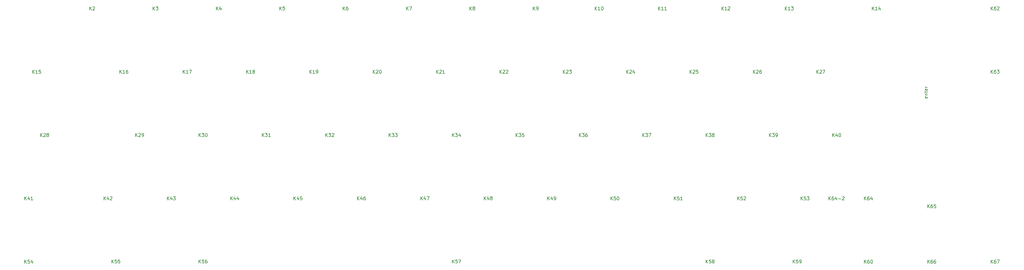
<source format=gto>
G04 #@! TF.GenerationSoftware,KiCad,Pcbnew,(5.0.0)*
G04 #@! TF.CreationDate,2018-12-29T17:22:36+01:00*
G04 #@! TF.ProjectId,cyclops,6379636C6F70732E6B696361645F7063,rev?*
G04 #@! TF.SameCoordinates,Original*
G04 #@! TF.FileFunction,Legend,Top*
G04 #@! TF.FilePolarity,Positive*
%FSLAX46Y46*%
G04 Gerber Fmt 4.6, Leading zero omitted, Abs format (unit mm)*
G04 Created by KiCad (PCBNEW (5.0.0)) date 12/29/18 17:22:36*
%MOMM*%
%LPD*%
G01*
G04 APERTURE LIST*
%ADD10C,0.150000*%
G04 APERTURE END LIST*
G04 #@! TO.C,K61*
D10*
X352110834Y-136816715D02*
X352158453Y-136911953D01*
X352158453Y-137102429D01*
X352110834Y-137197667D01*
X352015596Y-137245286D01*
X351634644Y-137245286D01*
X351539406Y-137197667D01*
X351491787Y-137102429D01*
X351491787Y-136911953D01*
X351539406Y-136816715D01*
X351634644Y-136769096D01*
X351729882Y-136769096D01*
X351825120Y-137245286D01*
X351491787Y-136340524D02*
X352158453Y-136340524D01*
X351587025Y-136340524D02*
X351539406Y-136292905D01*
X351491787Y-136197667D01*
X351491787Y-136054810D01*
X351539406Y-135959572D01*
X351634644Y-135911953D01*
X352158453Y-135911953D01*
X351491787Y-135578620D02*
X351491787Y-135197667D01*
X351158453Y-135435762D02*
X352015596Y-135435762D01*
X352110834Y-135388143D01*
X352158453Y-135292905D01*
X352158453Y-135197667D01*
X352110834Y-134483381D02*
X352158453Y-134578620D01*
X352158453Y-134769096D01*
X352110834Y-134864334D01*
X352015596Y-134911953D01*
X351634644Y-134911953D01*
X351539406Y-134864334D01*
X351491787Y-134769096D01*
X351491787Y-134578620D01*
X351539406Y-134483381D01*
X351634644Y-134435762D01*
X351729882Y-134435762D01*
X351825120Y-134911953D01*
X352158453Y-134007191D02*
X351491787Y-134007191D01*
X351682263Y-134007191D02*
X351587025Y-133959572D01*
X351539406Y-133911953D01*
X351491787Y-133816715D01*
X351491787Y-133721477D01*
G04 #@! TO.C,K57*
X209326314Y-186913780D02*
X209326314Y-185913780D01*
X209897742Y-186913780D02*
X209469171Y-186342352D01*
X209897742Y-185913780D02*
X209326314Y-186485209D01*
X210802504Y-185913780D02*
X210326314Y-185913780D01*
X210278695Y-186389971D01*
X210326314Y-186342352D01*
X210421552Y-186294733D01*
X210659647Y-186294733D01*
X210754885Y-186342352D01*
X210802504Y-186389971D01*
X210850123Y-186485209D01*
X210850123Y-186723304D01*
X210802504Y-186818542D01*
X210754885Y-186866161D01*
X210659647Y-186913780D01*
X210421552Y-186913780D01*
X210326314Y-186866161D01*
X210278695Y-186818542D01*
X211183457Y-185913780D02*
X211850123Y-185913780D01*
X211421552Y-186913780D01*
G04 #@! TO.C,K2*
X100252304Y-110738480D02*
X100252304Y-109738480D01*
X100823733Y-110738480D02*
X100395161Y-110167052D01*
X100823733Y-109738480D02*
X100252304Y-110309909D01*
X101204685Y-109833719D02*
X101252304Y-109786100D01*
X101347542Y-109738480D01*
X101585638Y-109738480D01*
X101680876Y-109786100D01*
X101728495Y-109833719D01*
X101776114Y-109928957D01*
X101776114Y-110024195D01*
X101728495Y-110167052D01*
X101157066Y-110738480D01*
X101776114Y-110738480D01*
G04 #@! TO.C,K3*
X119302304Y-110739180D02*
X119302304Y-109739180D01*
X119873733Y-110739180D02*
X119445161Y-110167752D01*
X119873733Y-109739180D02*
X119302304Y-110310609D01*
X120207066Y-109739180D02*
X120826114Y-109739180D01*
X120492780Y-110120133D01*
X120635638Y-110120133D01*
X120730876Y-110167752D01*
X120778495Y-110215371D01*
X120826114Y-110310609D01*
X120826114Y-110548704D01*
X120778495Y-110643942D01*
X120730876Y-110691561D01*
X120635638Y-110739180D01*
X120349923Y-110739180D01*
X120254685Y-110691561D01*
X120207066Y-110643942D01*
G04 #@! TO.C,K4*
X138339604Y-110739880D02*
X138339604Y-109739880D01*
X138911033Y-110739880D02*
X138482461Y-110168452D01*
X138911033Y-109739880D02*
X138339604Y-110311309D01*
X139768176Y-110073214D02*
X139768176Y-110739880D01*
X139530080Y-109692261D02*
X139291985Y-110406547D01*
X139911033Y-110406547D01*
G04 #@! TO.C,K5*
X157402304Y-110726480D02*
X157402304Y-109726480D01*
X157973733Y-110726480D02*
X157545161Y-110155052D01*
X157973733Y-109726480D02*
X157402304Y-110297909D01*
X158878495Y-109726480D02*
X158402304Y-109726480D01*
X158354685Y-110202671D01*
X158402304Y-110155052D01*
X158497542Y-110107433D01*
X158735638Y-110107433D01*
X158830876Y-110155052D01*
X158878495Y-110202671D01*
X158926114Y-110297909D01*
X158926114Y-110536004D01*
X158878495Y-110631242D01*
X158830876Y-110678861D01*
X158735638Y-110726480D01*
X158497542Y-110726480D01*
X158402304Y-110678861D01*
X158354685Y-110631242D01*
G04 #@! TO.C,K6*
X176452304Y-110726480D02*
X176452304Y-109726480D01*
X177023733Y-110726480D02*
X176595161Y-110155052D01*
X177023733Y-109726480D02*
X176452304Y-110297909D01*
X177880876Y-109726480D02*
X177690400Y-109726480D01*
X177595161Y-109774100D01*
X177547542Y-109821719D01*
X177452304Y-109964576D01*
X177404685Y-110155052D01*
X177404685Y-110536004D01*
X177452304Y-110631242D01*
X177499923Y-110678861D01*
X177595161Y-110726480D01*
X177785638Y-110726480D01*
X177880876Y-110678861D01*
X177928495Y-110631242D01*
X177976114Y-110536004D01*
X177976114Y-110297909D01*
X177928495Y-110202671D01*
X177880876Y-110155052D01*
X177785638Y-110107433D01*
X177595161Y-110107433D01*
X177499923Y-110155052D01*
X177452304Y-110202671D01*
X177404685Y-110297909D01*
G04 #@! TO.C,K7*
X195502304Y-110726480D02*
X195502304Y-109726480D01*
X196073733Y-110726480D02*
X195645161Y-110155052D01*
X196073733Y-109726480D02*
X195502304Y-110297909D01*
X196407066Y-109726480D02*
X197073733Y-109726480D01*
X196645161Y-110726480D01*
G04 #@! TO.C,K8*
X214552304Y-110726480D02*
X214552304Y-109726480D01*
X215123733Y-110726480D02*
X214695161Y-110155052D01*
X215123733Y-109726480D02*
X214552304Y-110297909D01*
X215695161Y-110155052D02*
X215599923Y-110107433D01*
X215552304Y-110059814D01*
X215504685Y-109964576D01*
X215504685Y-109916957D01*
X215552304Y-109821719D01*
X215599923Y-109774100D01*
X215695161Y-109726480D01*
X215885638Y-109726480D01*
X215980876Y-109774100D01*
X216028495Y-109821719D01*
X216076114Y-109916957D01*
X216076114Y-109964576D01*
X216028495Y-110059814D01*
X215980876Y-110107433D01*
X215885638Y-110155052D01*
X215695161Y-110155052D01*
X215599923Y-110202671D01*
X215552304Y-110250290D01*
X215504685Y-110345528D01*
X215504685Y-110536004D01*
X215552304Y-110631242D01*
X215599923Y-110678861D01*
X215695161Y-110726480D01*
X215885638Y-110726480D01*
X215980876Y-110678861D01*
X216028495Y-110631242D01*
X216076114Y-110536004D01*
X216076114Y-110345528D01*
X216028495Y-110250290D01*
X215980876Y-110202671D01*
X215885638Y-110155052D01*
G04 #@! TO.C,K9*
X233615004Y-110726480D02*
X233615004Y-109726480D01*
X234186433Y-110726480D02*
X233757861Y-110155052D01*
X234186433Y-109726480D02*
X233615004Y-110297909D01*
X234662623Y-110726480D02*
X234853100Y-110726480D01*
X234948338Y-110678861D01*
X234995957Y-110631242D01*
X235091195Y-110488385D01*
X235138814Y-110297909D01*
X235138814Y-109916957D01*
X235091195Y-109821719D01*
X235043576Y-109774100D01*
X234948338Y-109726480D01*
X234757861Y-109726480D01*
X234662623Y-109774100D01*
X234615004Y-109821719D01*
X234567385Y-109916957D01*
X234567385Y-110155052D01*
X234615004Y-110250290D01*
X234662623Y-110297909D01*
X234757861Y-110345528D01*
X234948338Y-110345528D01*
X235043576Y-110297909D01*
X235091195Y-110250290D01*
X235138814Y-110155052D01*
G04 #@! TO.C,K10*
X252176114Y-110726480D02*
X252176114Y-109726480D01*
X252747542Y-110726480D02*
X252318971Y-110155052D01*
X252747542Y-109726480D02*
X252176114Y-110297909D01*
X253699923Y-110726480D02*
X253128495Y-110726480D01*
X253414209Y-110726480D02*
X253414209Y-109726480D01*
X253318971Y-109869338D01*
X253223733Y-109964576D01*
X253128495Y-110012195D01*
X254318971Y-109726480D02*
X254414209Y-109726480D01*
X254509447Y-109774100D01*
X254557066Y-109821719D01*
X254604685Y-109916957D01*
X254652304Y-110107433D01*
X254652304Y-110345528D01*
X254604685Y-110536004D01*
X254557066Y-110631242D01*
X254509447Y-110678861D01*
X254414209Y-110726480D01*
X254318971Y-110726480D01*
X254223733Y-110678861D01*
X254176114Y-110631242D01*
X254128495Y-110536004D01*
X254080876Y-110345528D01*
X254080876Y-110107433D01*
X254128495Y-109916957D01*
X254176114Y-109821719D01*
X254223733Y-109774100D01*
X254318971Y-109726480D01*
G04 #@! TO.C,K11*
X271226114Y-110726480D02*
X271226114Y-109726480D01*
X271797542Y-110726480D02*
X271368971Y-110155052D01*
X271797542Y-109726480D02*
X271226114Y-110297909D01*
X272749923Y-110726480D02*
X272178495Y-110726480D01*
X272464209Y-110726480D02*
X272464209Y-109726480D01*
X272368971Y-109869338D01*
X272273733Y-109964576D01*
X272178495Y-110012195D01*
X273702304Y-110726480D02*
X273130876Y-110726480D01*
X273416590Y-110726480D02*
X273416590Y-109726480D01*
X273321352Y-109869338D01*
X273226114Y-109964576D01*
X273130876Y-110012195D01*
G04 #@! TO.C,K12*
X290276114Y-110726480D02*
X290276114Y-109726480D01*
X290847542Y-110726480D02*
X290418971Y-110155052D01*
X290847542Y-109726480D02*
X290276114Y-110297909D01*
X291799923Y-110726480D02*
X291228495Y-110726480D01*
X291514209Y-110726480D02*
X291514209Y-109726480D01*
X291418971Y-109869338D01*
X291323733Y-109964576D01*
X291228495Y-110012195D01*
X292180876Y-109821719D02*
X292228495Y-109774100D01*
X292323733Y-109726480D01*
X292561828Y-109726480D01*
X292657066Y-109774100D01*
X292704685Y-109821719D01*
X292752304Y-109916957D01*
X292752304Y-110012195D01*
X292704685Y-110155052D01*
X292133257Y-110726480D01*
X292752304Y-110726480D01*
G04 #@! TO.C,K13*
X309326114Y-110726480D02*
X309326114Y-109726480D01*
X309897542Y-110726480D02*
X309468971Y-110155052D01*
X309897542Y-109726480D02*
X309326114Y-110297909D01*
X310849923Y-110726480D02*
X310278495Y-110726480D01*
X310564209Y-110726480D02*
X310564209Y-109726480D01*
X310468971Y-109869338D01*
X310373733Y-109964576D01*
X310278495Y-110012195D01*
X311183257Y-109726480D02*
X311802304Y-109726480D01*
X311468971Y-110107433D01*
X311611828Y-110107433D01*
X311707066Y-110155052D01*
X311754685Y-110202671D01*
X311802304Y-110297909D01*
X311802304Y-110536004D01*
X311754685Y-110631242D01*
X311707066Y-110678861D01*
X311611828Y-110726480D01*
X311326114Y-110726480D01*
X311230876Y-110678861D01*
X311183257Y-110631242D01*
G04 #@! TO.C,K14*
X335538914Y-110726480D02*
X335538914Y-109726480D01*
X336110342Y-110726480D02*
X335681771Y-110155052D01*
X336110342Y-109726480D02*
X335538914Y-110297909D01*
X337062723Y-110726480D02*
X336491295Y-110726480D01*
X336777009Y-110726480D02*
X336777009Y-109726480D01*
X336681771Y-109869338D01*
X336586533Y-109964576D01*
X336491295Y-110012195D01*
X337919866Y-110059814D02*
X337919866Y-110726480D01*
X337681771Y-109678861D02*
X337443676Y-110393147D01*
X338062723Y-110393147D01*
G04 #@! TO.C,K15*
X83101014Y-129789180D02*
X83101014Y-128789180D01*
X83672442Y-129789180D02*
X83243871Y-129217752D01*
X83672442Y-128789180D02*
X83101014Y-129360609D01*
X84624823Y-129789180D02*
X84053395Y-129789180D01*
X84339109Y-129789180D02*
X84339109Y-128789180D01*
X84243871Y-128932038D01*
X84148633Y-129027276D01*
X84053395Y-129074895D01*
X85529585Y-128789180D02*
X85053395Y-128789180D01*
X85005776Y-129265371D01*
X85053395Y-129217752D01*
X85148633Y-129170133D01*
X85386728Y-129170133D01*
X85481966Y-129217752D01*
X85529585Y-129265371D01*
X85577204Y-129360609D01*
X85577204Y-129598704D01*
X85529585Y-129693942D01*
X85481966Y-129741561D01*
X85386728Y-129789180D01*
X85148633Y-129789180D01*
X85053395Y-129741561D01*
X85005776Y-129693942D01*
G04 #@! TO.C,K16*
X109301114Y-129789180D02*
X109301114Y-128789180D01*
X109872542Y-129789180D02*
X109443971Y-129217752D01*
X109872542Y-128789180D02*
X109301114Y-129360609D01*
X110824923Y-129789180D02*
X110253495Y-129789180D01*
X110539209Y-129789180D02*
X110539209Y-128789180D01*
X110443971Y-128932038D01*
X110348733Y-129027276D01*
X110253495Y-129074895D01*
X111682066Y-128789180D02*
X111491590Y-128789180D01*
X111396352Y-128836800D01*
X111348733Y-128884419D01*
X111253495Y-129027276D01*
X111205876Y-129217752D01*
X111205876Y-129598704D01*
X111253495Y-129693942D01*
X111301114Y-129741561D01*
X111396352Y-129789180D01*
X111586828Y-129789180D01*
X111682066Y-129741561D01*
X111729685Y-129693942D01*
X111777304Y-129598704D01*
X111777304Y-129360609D01*
X111729685Y-129265371D01*
X111682066Y-129217752D01*
X111586828Y-129170133D01*
X111396352Y-129170133D01*
X111301114Y-129217752D01*
X111253495Y-129265371D01*
X111205876Y-129360609D01*
G04 #@! TO.C,K17*
X128351114Y-129789180D02*
X128351114Y-128789180D01*
X128922542Y-129789180D02*
X128493971Y-129217752D01*
X128922542Y-128789180D02*
X128351114Y-129360609D01*
X129874923Y-129789180D02*
X129303495Y-129789180D01*
X129589209Y-129789180D02*
X129589209Y-128789180D01*
X129493971Y-128932038D01*
X129398733Y-129027276D01*
X129303495Y-129074895D01*
X130208257Y-128789180D02*
X130874923Y-128789180D01*
X130446352Y-129789180D01*
G04 #@! TO.C,K18*
X147413814Y-129789180D02*
X147413814Y-128789180D01*
X147985242Y-129789180D02*
X147556671Y-129217752D01*
X147985242Y-128789180D02*
X147413814Y-129360609D01*
X148937623Y-129789180D02*
X148366195Y-129789180D01*
X148651909Y-129789180D02*
X148651909Y-128789180D01*
X148556671Y-128932038D01*
X148461433Y-129027276D01*
X148366195Y-129074895D01*
X149509052Y-129217752D02*
X149413814Y-129170133D01*
X149366195Y-129122514D01*
X149318576Y-129027276D01*
X149318576Y-128979657D01*
X149366195Y-128884419D01*
X149413814Y-128836800D01*
X149509052Y-128789180D01*
X149699528Y-128789180D01*
X149794766Y-128836800D01*
X149842385Y-128884419D01*
X149890004Y-128979657D01*
X149890004Y-129027276D01*
X149842385Y-129122514D01*
X149794766Y-129170133D01*
X149699528Y-129217752D01*
X149509052Y-129217752D01*
X149413814Y-129265371D01*
X149366195Y-129312990D01*
X149318576Y-129408228D01*
X149318576Y-129598704D01*
X149366195Y-129693942D01*
X149413814Y-129741561D01*
X149509052Y-129789180D01*
X149699528Y-129789180D01*
X149794766Y-129741561D01*
X149842385Y-129693942D01*
X149890004Y-129598704D01*
X149890004Y-129408228D01*
X149842385Y-129312990D01*
X149794766Y-129265371D01*
X149699528Y-129217752D01*
G04 #@! TO.C,K19*
X166413014Y-129789180D02*
X166413014Y-128789180D01*
X166984442Y-129789180D02*
X166555871Y-129217752D01*
X166984442Y-128789180D02*
X166413014Y-129360609D01*
X167936823Y-129789180D02*
X167365395Y-129789180D01*
X167651109Y-129789180D02*
X167651109Y-128789180D01*
X167555871Y-128932038D01*
X167460633Y-129027276D01*
X167365395Y-129074895D01*
X168413014Y-129789180D02*
X168603490Y-129789180D01*
X168698728Y-129741561D01*
X168746347Y-129693942D01*
X168841585Y-129551085D01*
X168889204Y-129360609D01*
X168889204Y-128979657D01*
X168841585Y-128884419D01*
X168793966Y-128836800D01*
X168698728Y-128789180D01*
X168508252Y-128789180D01*
X168413014Y-128836800D01*
X168365395Y-128884419D01*
X168317776Y-128979657D01*
X168317776Y-129217752D01*
X168365395Y-129312990D01*
X168413014Y-129360609D01*
X168508252Y-129408228D01*
X168698728Y-129408228D01*
X168793966Y-129360609D01*
X168841585Y-129312990D01*
X168889204Y-129217752D01*
G04 #@! TO.C,K20*
X185475714Y-129789180D02*
X185475714Y-128789180D01*
X186047142Y-129789180D02*
X185618571Y-129217752D01*
X186047142Y-128789180D02*
X185475714Y-129360609D01*
X186428095Y-128884419D02*
X186475714Y-128836800D01*
X186570952Y-128789180D01*
X186809047Y-128789180D01*
X186904285Y-128836800D01*
X186951904Y-128884419D01*
X186999523Y-128979657D01*
X186999523Y-129074895D01*
X186951904Y-129217752D01*
X186380476Y-129789180D01*
X186999523Y-129789180D01*
X187618571Y-128789180D02*
X187713809Y-128789180D01*
X187809047Y-128836800D01*
X187856666Y-128884419D01*
X187904285Y-128979657D01*
X187951904Y-129170133D01*
X187951904Y-129408228D01*
X187904285Y-129598704D01*
X187856666Y-129693942D01*
X187809047Y-129741561D01*
X187713809Y-129789180D01*
X187618571Y-129789180D01*
X187523333Y-129741561D01*
X187475714Y-129693942D01*
X187428095Y-129598704D01*
X187380476Y-129408228D01*
X187380476Y-129170133D01*
X187428095Y-128979657D01*
X187475714Y-128884419D01*
X187523333Y-128836800D01*
X187618571Y-128789180D01*
G04 #@! TO.C,K21*
X204513014Y-129789180D02*
X204513014Y-128789180D01*
X205084442Y-129789180D02*
X204655871Y-129217752D01*
X205084442Y-128789180D02*
X204513014Y-129360609D01*
X205465395Y-128884419D02*
X205513014Y-128836800D01*
X205608252Y-128789180D01*
X205846347Y-128789180D01*
X205941585Y-128836800D01*
X205989204Y-128884419D01*
X206036823Y-128979657D01*
X206036823Y-129074895D01*
X205989204Y-129217752D01*
X205417776Y-129789180D01*
X206036823Y-129789180D01*
X206989204Y-129789180D02*
X206417776Y-129789180D01*
X206703490Y-129789180D02*
X206703490Y-128789180D01*
X206608252Y-128932038D01*
X206513014Y-129027276D01*
X206417776Y-129074895D01*
G04 #@! TO.C,K22*
X223563014Y-129789180D02*
X223563014Y-128789180D01*
X224134442Y-129789180D02*
X223705871Y-129217752D01*
X224134442Y-128789180D02*
X223563014Y-129360609D01*
X224515395Y-128884419D02*
X224563014Y-128836800D01*
X224658252Y-128789180D01*
X224896347Y-128789180D01*
X224991585Y-128836800D01*
X225039204Y-128884419D01*
X225086823Y-128979657D01*
X225086823Y-129074895D01*
X225039204Y-129217752D01*
X224467776Y-129789180D01*
X225086823Y-129789180D01*
X225467776Y-128884419D02*
X225515395Y-128836800D01*
X225610633Y-128789180D01*
X225848728Y-128789180D01*
X225943966Y-128836800D01*
X225991585Y-128884419D01*
X226039204Y-128979657D01*
X226039204Y-129074895D01*
X225991585Y-129217752D01*
X225420157Y-129789180D01*
X226039204Y-129789180D01*
G04 #@! TO.C,K23*
X242613014Y-129789180D02*
X242613014Y-128789180D01*
X243184442Y-129789180D02*
X242755871Y-129217752D01*
X243184442Y-128789180D02*
X242613014Y-129360609D01*
X243565395Y-128884419D02*
X243613014Y-128836800D01*
X243708252Y-128789180D01*
X243946347Y-128789180D01*
X244041585Y-128836800D01*
X244089204Y-128884419D01*
X244136823Y-128979657D01*
X244136823Y-129074895D01*
X244089204Y-129217752D01*
X243517776Y-129789180D01*
X244136823Y-129789180D01*
X244470157Y-128789180D02*
X245089204Y-128789180D01*
X244755871Y-129170133D01*
X244898728Y-129170133D01*
X244993966Y-129217752D01*
X245041585Y-129265371D01*
X245089204Y-129360609D01*
X245089204Y-129598704D01*
X245041585Y-129693942D01*
X244993966Y-129741561D01*
X244898728Y-129789180D01*
X244613014Y-129789180D01*
X244517776Y-129741561D01*
X244470157Y-129693942D01*
G04 #@! TO.C,K24*
X261663014Y-129789180D02*
X261663014Y-128789180D01*
X262234442Y-129789180D02*
X261805871Y-129217752D01*
X262234442Y-128789180D02*
X261663014Y-129360609D01*
X262615395Y-128884419D02*
X262663014Y-128836800D01*
X262758252Y-128789180D01*
X262996347Y-128789180D01*
X263091585Y-128836800D01*
X263139204Y-128884419D01*
X263186823Y-128979657D01*
X263186823Y-129074895D01*
X263139204Y-129217752D01*
X262567776Y-129789180D01*
X263186823Y-129789180D01*
X264043966Y-129122514D02*
X264043966Y-129789180D01*
X263805871Y-128741561D02*
X263567776Y-129455847D01*
X264186823Y-129455847D01*
G04 #@! TO.C,K25*
X280713014Y-129789180D02*
X280713014Y-128789180D01*
X281284442Y-129789180D02*
X280855871Y-129217752D01*
X281284442Y-128789180D02*
X280713014Y-129360609D01*
X281665395Y-128884419D02*
X281713014Y-128836800D01*
X281808252Y-128789180D01*
X282046347Y-128789180D01*
X282141585Y-128836800D01*
X282189204Y-128884419D01*
X282236823Y-128979657D01*
X282236823Y-129074895D01*
X282189204Y-129217752D01*
X281617776Y-129789180D01*
X282236823Y-129789180D01*
X283141585Y-128789180D02*
X282665395Y-128789180D01*
X282617776Y-129265371D01*
X282665395Y-129217752D01*
X282760633Y-129170133D01*
X282998728Y-129170133D01*
X283093966Y-129217752D01*
X283141585Y-129265371D01*
X283189204Y-129360609D01*
X283189204Y-129598704D01*
X283141585Y-129693942D01*
X283093966Y-129741561D01*
X282998728Y-129789180D01*
X282760633Y-129789180D01*
X282665395Y-129741561D01*
X282617776Y-129693942D01*
G04 #@! TO.C,K26*
X299763014Y-129789180D02*
X299763014Y-128789180D01*
X300334442Y-129789180D02*
X299905871Y-129217752D01*
X300334442Y-128789180D02*
X299763014Y-129360609D01*
X300715395Y-128884419D02*
X300763014Y-128836800D01*
X300858252Y-128789180D01*
X301096347Y-128789180D01*
X301191585Y-128836800D01*
X301239204Y-128884419D01*
X301286823Y-128979657D01*
X301286823Y-129074895D01*
X301239204Y-129217752D01*
X300667776Y-129789180D01*
X301286823Y-129789180D01*
X302143966Y-128789180D02*
X301953490Y-128789180D01*
X301858252Y-128836800D01*
X301810633Y-128884419D01*
X301715395Y-129027276D01*
X301667776Y-129217752D01*
X301667776Y-129598704D01*
X301715395Y-129693942D01*
X301763014Y-129741561D01*
X301858252Y-129789180D01*
X302048728Y-129789180D01*
X302143966Y-129741561D01*
X302191585Y-129693942D01*
X302239204Y-129598704D01*
X302239204Y-129360609D01*
X302191585Y-129265371D01*
X302143966Y-129217752D01*
X302048728Y-129170133D01*
X301858252Y-129170133D01*
X301763014Y-129217752D01*
X301715395Y-129265371D01*
X301667776Y-129360609D01*
G04 #@! TO.C,K27*
X318813014Y-129789180D02*
X318813014Y-128789180D01*
X319384442Y-129789180D02*
X318955871Y-129217752D01*
X319384442Y-128789180D02*
X318813014Y-129360609D01*
X319765395Y-128884419D02*
X319813014Y-128836800D01*
X319908252Y-128789180D01*
X320146347Y-128789180D01*
X320241585Y-128836800D01*
X320289204Y-128884419D01*
X320336823Y-128979657D01*
X320336823Y-129074895D01*
X320289204Y-129217752D01*
X319717776Y-129789180D01*
X320336823Y-129789180D01*
X320670157Y-128789180D02*
X321336823Y-128789180D01*
X320908252Y-129789180D01*
G04 #@! TO.C,K28*
X85482134Y-148839500D02*
X85482134Y-147839500D01*
X86053562Y-148839500D02*
X85624991Y-148268072D01*
X86053562Y-147839500D02*
X85482134Y-148410929D01*
X86434515Y-147934739D02*
X86482134Y-147887120D01*
X86577372Y-147839500D01*
X86815467Y-147839500D01*
X86910705Y-147887120D01*
X86958324Y-147934739D01*
X87005943Y-148029977D01*
X87005943Y-148125215D01*
X86958324Y-148268072D01*
X86386896Y-148839500D01*
X87005943Y-148839500D01*
X87577372Y-148268072D02*
X87482134Y-148220453D01*
X87434515Y-148172834D01*
X87386896Y-148077596D01*
X87386896Y-148029977D01*
X87434515Y-147934739D01*
X87482134Y-147887120D01*
X87577372Y-147839500D01*
X87767848Y-147839500D01*
X87863086Y-147887120D01*
X87910705Y-147934739D01*
X87958324Y-148029977D01*
X87958324Y-148077596D01*
X87910705Y-148172834D01*
X87863086Y-148220453D01*
X87767848Y-148268072D01*
X87577372Y-148268072D01*
X87482134Y-148315691D01*
X87434515Y-148363310D01*
X87386896Y-148458548D01*
X87386896Y-148649024D01*
X87434515Y-148744262D01*
X87482134Y-148791881D01*
X87577372Y-148839500D01*
X87767848Y-148839500D01*
X87863086Y-148791881D01*
X87910705Y-148744262D01*
X87958324Y-148649024D01*
X87958324Y-148458548D01*
X87910705Y-148363310D01*
X87863086Y-148315691D01*
X87767848Y-148268072D01*
G04 #@! TO.C,K29*
X114050914Y-148839180D02*
X114050914Y-147839180D01*
X114622342Y-148839180D02*
X114193771Y-148267752D01*
X114622342Y-147839180D02*
X114050914Y-148410609D01*
X115003295Y-147934419D02*
X115050914Y-147886800D01*
X115146152Y-147839180D01*
X115384247Y-147839180D01*
X115479485Y-147886800D01*
X115527104Y-147934419D01*
X115574723Y-148029657D01*
X115574723Y-148124895D01*
X115527104Y-148267752D01*
X114955676Y-148839180D01*
X115574723Y-148839180D01*
X116050914Y-148839180D02*
X116241390Y-148839180D01*
X116336628Y-148791561D01*
X116384247Y-148743942D01*
X116479485Y-148601085D01*
X116527104Y-148410609D01*
X116527104Y-148029657D01*
X116479485Y-147934419D01*
X116431866Y-147886800D01*
X116336628Y-147839180D01*
X116146152Y-147839180D01*
X116050914Y-147886800D01*
X116003295Y-147934419D01*
X115955676Y-148029657D01*
X115955676Y-148267752D01*
X116003295Y-148362990D01*
X116050914Y-148410609D01*
X116146152Y-148458228D01*
X116336628Y-148458228D01*
X116431866Y-148410609D01*
X116479485Y-148362990D01*
X116527104Y-148267752D01*
G04 #@! TO.C,K30*
X133113614Y-148839180D02*
X133113614Y-147839180D01*
X133685042Y-148839180D02*
X133256471Y-148267752D01*
X133685042Y-147839180D02*
X133113614Y-148410609D01*
X134018376Y-147839180D02*
X134637423Y-147839180D01*
X134304090Y-148220133D01*
X134446947Y-148220133D01*
X134542185Y-148267752D01*
X134589804Y-148315371D01*
X134637423Y-148410609D01*
X134637423Y-148648704D01*
X134589804Y-148743942D01*
X134542185Y-148791561D01*
X134446947Y-148839180D01*
X134161233Y-148839180D01*
X134065995Y-148791561D01*
X134018376Y-148743942D01*
X135256471Y-147839180D02*
X135351709Y-147839180D01*
X135446947Y-147886800D01*
X135494566Y-147934419D01*
X135542185Y-148029657D01*
X135589804Y-148220133D01*
X135589804Y-148458228D01*
X135542185Y-148648704D01*
X135494566Y-148743942D01*
X135446947Y-148791561D01*
X135351709Y-148839180D01*
X135256471Y-148839180D01*
X135161233Y-148791561D01*
X135113614Y-148743942D01*
X135065995Y-148648704D01*
X135018376Y-148458228D01*
X135018376Y-148220133D01*
X135065995Y-148029657D01*
X135113614Y-147934419D01*
X135161233Y-147886800D01*
X135256471Y-147839180D01*
G04 #@! TO.C,K31*
X152163614Y-148839180D02*
X152163614Y-147839180D01*
X152735042Y-148839180D02*
X152306471Y-148267752D01*
X152735042Y-147839180D02*
X152163614Y-148410609D01*
X153068376Y-147839180D02*
X153687423Y-147839180D01*
X153354090Y-148220133D01*
X153496947Y-148220133D01*
X153592185Y-148267752D01*
X153639804Y-148315371D01*
X153687423Y-148410609D01*
X153687423Y-148648704D01*
X153639804Y-148743942D01*
X153592185Y-148791561D01*
X153496947Y-148839180D01*
X153211233Y-148839180D01*
X153115995Y-148791561D01*
X153068376Y-148743942D01*
X154639804Y-148839180D02*
X154068376Y-148839180D01*
X154354090Y-148839180D02*
X154354090Y-147839180D01*
X154258852Y-147982038D01*
X154163614Y-148077276D01*
X154068376Y-148124895D01*
G04 #@! TO.C,K32*
X171213614Y-148839180D02*
X171213614Y-147839180D01*
X171785042Y-148839180D02*
X171356471Y-148267752D01*
X171785042Y-147839180D02*
X171213614Y-148410609D01*
X172118376Y-147839180D02*
X172737423Y-147839180D01*
X172404090Y-148220133D01*
X172546947Y-148220133D01*
X172642185Y-148267752D01*
X172689804Y-148315371D01*
X172737423Y-148410609D01*
X172737423Y-148648704D01*
X172689804Y-148743942D01*
X172642185Y-148791561D01*
X172546947Y-148839180D01*
X172261233Y-148839180D01*
X172165995Y-148791561D01*
X172118376Y-148743942D01*
X173118376Y-147934419D02*
X173165995Y-147886800D01*
X173261233Y-147839180D01*
X173499328Y-147839180D01*
X173594566Y-147886800D01*
X173642185Y-147934419D01*
X173689804Y-148029657D01*
X173689804Y-148124895D01*
X173642185Y-148267752D01*
X173070757Y-148839180D01*
X173689804Y-148839180D01*
G04 #@! TO.C,K33*
X190263614Y-148864580D02*
X190263614Y-147864580D01*
X190835042Y-148864580D02*
X190406471Y-148293152D01*
X190835042Y-147864580D02*
X190263614Y-148436009D01*
X191168376Y-147864580D02*
X191787423Y-147864580D01*
X191454090Y-148245533D01*
X191596947Y-148245533D01*
X191692185Y-148293152D01*
X191739804Y-148340771D01*
X191787423Y-148436009D01*
X191787423Y-148674104D01*
X191739804Y-148769342D01*
X191692185Y-148816961D01*
X191596947Y-148864580D01*
X191311233Y-148864580D01*
X191215995Y-148816961D01*
X191168376Y-148769342D01*
X192120757Y-147864580D02*
X192739804Y-147864580D01*
X192406471Y-148245533D01*
X192549328Y-148245533D01*
X192644566Y-148293152D01*
X192692185Y-148340771D01*
X192739804Y-148436009D01*
X192739804Y-148674104D01*
X192692185Y-148769342D01*
X192644566Y-148816961D01*
X192549328Y-148864580D01*
X192263614Y-148864580D01*
X192168376Y-148816961D01*
X192120757Y-148769342D01*
G04 #@! TO.C,K34*
X209326314Y-148864580D02*
X209326314Y-147864580D01*
X209897742Y-148864580D02*
X209469171Y-148293152D01*
X209897742Y-147864580D02*
X209326314Y-148436009D01*
X210231076Y-147864580D02*
X210850123Y-147864580D01*
X210516790Y-148245533D01*
X210659647Y-148245533D01*
X210754885Y-148293152D01*
X210802504Y-148340771D01*
X210850123Y-148436009D01*
X210850123Y-148674104D01*
X210802504Y-148769342D01*
X210754885Y-148816961D01*
X210659647Y-148864580D01*
X210373933Y-148864580D01*
X210278695Y-148816961D01*
X210231076Y-148769342D01*
X211707266Y-148197914D02*
X211707266Y-148864580D01*
X211469171Y-147816961D02*
X211231076Y-148531247D01*
X211850123Y-148531247D01*
G04 #@! TO.C,K35*
X228389014Y-148864580D02*
X228389014Y-147864580D01*
X228960442Y-148864580D02*
X228531871Y-148293152D01*
X228960442Y-147864580D02*
X228389014Y-148436009D01*
X229293776Y-147864580D02*
X229912823Y-147864580D01*
X229579490Y-148245533D01*
X229722347Y-148245533D01*
X229817585Y-148293152D01*
X229865204Y-148340771D01*
X229912823Y-148436009D01*
X229912823Y-148674104D01*
X229865204Y-148769342D01*
X229817585Y-148816961D01*
X229722347Y-148864580D01*
X229436633Y-148864580D01*
X229341395Y-148816961D01*
X229293776Y-148769342D01*
X230817585Y-147864580D02*
X230341395Y-147864580D01*
X230293776Y-148340771D01*
X230341395Y-148293152D01*
X230436633Y-148245533D01*
X230674728Y-148245533D01*
X230769966Y-148293152D01*
X230817585Y-148340771D01*
X230865204Y-148436009D01*
X230865204Y-148674104D01*
X230817585Y-148769342D01*
X230769966Y-148816961D01*
X230674728Y-148864580D01*
X230436633Y-148864580D01*
X230341395Y-148816961D01*
X230293776Y-148769342D01*
G04 #@! TO.C,K36*
X247451714Y-148864580D02*
X247451714Y-147864580D01*
X248023142Y-148864580D02*
X247594571Y-148293152D01*
X248023142Y-147864580D02*
X247451714Y-148436009D01*
X248356476Y-147864580D02*
X248975523Y-147864580D01*
X248642190Y-148245533D01*
X248785047Y-148245533D01*
X248880285Y-148293152D01*
X248927904Y-148340771D01*
X248975523Y-148436009D01*
X248975523Y-148674104D01*
X248927904Y-148769342D01*
X248880285Y-148816961D01*
X248785047Y-148864580D01*
X248499333Y-148864580D01*
X248404095Y-148816961D01*
X248356476Y-148769342D01*
X249832666Y-147864580D02*
X249642190Y-147864580D01*
X249546952Y-147912200D01*
X249499333Y-147959819D01*
X249404095Y-148102676D01*
X249356476Y-148293152D01*
X249356476Y-148674104D01*
X249404095Y-148769342D01*
X249451714Y-148816961D01*
X249546952Y-148864580D01*
X249737428Y-148864580D01*
X249832666Y-148816961D01*
X249880285Y-148769342D01*
X249927904Y-148674104D01*
X249927904Y-148436009D01*
X249880285Y-148340771D01*
X249832666Y-148293152D01*
X249737428Y-148245533D01*
X249546952Y-148245533D01*
X249451714Y-148293152D01*
X249404095Y-148340771D01*
X249356476Y-148436009D01*
G04 #@! TO.C,K37*
X266501714Y-148864580D02*
X266501714Y-147864580D01*
X267073142Y-148864580D02*
X266644571Y-148293152D01*
X267073142Y-147864580D02*
X266501714Y-148436009D01*
X267406476Y-147864580D02*
X268025523Y-147864580D01*
X267692190Y-148245533D01*
X267835047Y-148245533D01*
X267930285Y-148293152D01*
X267977904Y-148340771D01*
X268025523Y-148436009D01*
X268025523Y-148674104D01*
X267977904Y-148769342D01*
X267930285Y-148816961D01*
X267835047Y-148864580D01*
X267549333Y-148864580D01*
X267454095Y-148816961D01*
X267406476Y-148769342D01*
X268358857Y-147864580D02*
X269025523Y-147864580D01*
X268596952Y-148864580D01*
G04 #@! TO.C,K38*
X285551714Y-148864580D02*
X285551714Y-147864580D01*
X286123142Y-148864580D02*
X285694571Y-148293152D01*
X286123142Y-147864580D02*
X285551714Y-148436009D01*
X286456476Y-147864580D02*
X287075523Y-147864580D01*
X286742190Y-148245533D01*
X286885047Y-148245533D01*
X286980285Y-148293152D01*
X287027904Y-148340771D01*
X287075523Y-148436009D01*
X287075523Y-148674104D01*
X287027904Y-148769342D01*
X286980285Y-148816961D01*
X286885047Y-148864580D01*
X286599333Y-148864580D01*
X286504095Y-148816961D01*
X286456476Y-148769342D01*
X287646952Y-148293152D02*
X287551714Y-148245533D01*
X287504095Y-148197914D01*
X287456476Y-148102676D01*
X287456476Y-148055057D01*
X287504095Y-147959819D01*
X287551714Y-147912200D01*
X287646952Y-147864580D01*
X287837428Y-147864580D01*
X287932666Y-147912200D01*
X287980285Y-147959819D01*
X288027904Y-148055057D01*
X288027904Y-148102676D01*
X287980285Y-148197914D01*
X287932666Y-148245533D01*
X287837428Y-148293152D01*
X287646952Y-148293152D01*
X287551714Y-148340771D01*
X287504095Y-148388390D01*
X287456476Y-148483628D01*
X287456476Y-148674104D01*
X287504095Y-148769342D01*
X287551714Y-148816961D01*
X287646952Y-148864580D01*
X287837428Y-148864580D01*
X287932666Y-148816961D01*
X287980285Y-148769342D01*
X288027904Y-148674104D01*
X288027904Y-148483628D01*
X287980285Y-148388390D01*
X287932666Y-148340771D01*
X287837428Y-148293152D01*
G04 #@! TO.C,K39*
X304601714Y-148864580D02*
X304601714Y-147864580D01*
X305173142Y-148864580D02*
X304744571Y-148293152D01*
X305173142Y-147864580D02*
X304601714Y-148436009D01*
X305506476Y-147864580D02*
X306125523Y-147864580D01*
X305792190Y-148245533D01*
X305935047Y-148245533D01*
X306030285Y-148293152D01*
X306077904Y-148340771D01*
X306125523Y-148436009D01*
X306125523Y-148674104D01*
X306077904Y-148769342D01*
X306030285Y-148816961D01*
X305935047Y-148864580D01*
X305649333Y-148864580D01*
X305554095Y-148816961D01*
X305506476Y-148769342D01*
X306601714Y-148864580D02*
X306792190Y-148864580D01*
X306887428Y-148816961D01*
X306935047Y-148769342D01*
X307030285Y-148626485D01*
X307077904Y-148436009D01*
X307077904Y-148055057D01*
X307030285Y-147959819D01*
X306982666Y-147912200D01*
X306887428Y-147864580D01*
X306696952Y-147864580D01*
X306601714Y-147912200D01*
X306554095Y-147959819D01*
X306506476Y-148055057D01*
X306506476Y-148293152D01*
X306554095Y-148388390D01*
X306601714Y-148436009D01*
X306696952Y-148483628D01*
X306887428Y-148483628D01*
X306982666Y-148436009D01*
X307030285Y-148388390D01*
X307077904Y-148293152D01*
G04 #@! TO.C,K40*
X323600914Y-148864580D02*
X323600914Y-147864580D01*
X324172342Y-148864580D02*
X323743771Y-148293152D01*
X324172342Y-147864580D02*
X323600914Y-148436009D01*
X325029485Y-148197914D02*
X325029485Y-148864580D01*
X324791390Y-147816961D02*
X324553295Y-148531247D01*
X325172342Y-148531247D01*
X325743771Y-147864580D02*
X325839009Y-147864580D01*
X325934247Y-147912200D01*
X325981866Y-147959819D01*
X326029485Y-148055057D01*
X326077104Y-148245533D01*
X326077104Y-148483628D01*
X326029485Y-148674104D01*
X325981866Y-148769342D01*
X325934247Y-148816961D01*
X325839009Y-148864580D01*
X325743771Y-148864580D01*
X325648533Y-148816961D01*
X325600914Y-148769342D01*
X325553295Y-148674104D01*
X325505676Y-148483628D01*
X325505676Y-148245533D01*
X325553295Y-148055057D01*
X325600914Y-147959819D01*
X325648533Y-147912200D01*
X325743771Y-147864580D01*
G04 #@! TO.C,K41*
X80720014Y-167899180D02*
X80720014Y-166899180D01*
X81291442Y-167899180D02*
X80862871Y-167327752D01*
X81291442Y-166899180D02*
X80720014Y-167470609D01*
X82148585Y-167232514D02*
X82148585Y-167899180D01*
X81910490Y-166851561D02*
X81672395Y-167565847D01*
X82291442Y-167565847D01*
X83196204Y-167899180D02*
X82624776Y-167899180D01*
X82910490Y-167899180D02*
X82910490Y-166899180D01*
X82815252Y-167042038D01*
X82720014Y-167137276D01*
X82624776Y-167184895D01*
G04 #@! TO.C,K42*
X104535914Y-167899180D02*
X104535914Y-166899180D01*
X105107342Y-167899180D02*
X104678771Y-167327752D01*
X105107342Y-166899180D02*
X104535914Y-167470609D01*
X105964485Y-167232514D02*
X105964485Y-167899180D01*
X105726390Y-166851561D02*
X105488295Y-167565847D01*
X106107342Y-167565847D01*
X106440676Y-166994419D02*
X106488295Y-166946800D01*
X106583533Y-166899180D01*
X106821628Y-166899180D01*
X106916866Y-166946800D01*
X106964485Y-166994419D01*
X107012104Y-167089657D01*
X107012104Y-167184895D01*
X106964485Y-167327752D01*
X106393057Y-167899180D01*
X107012104Y-167899180D01*
G04 #@! TO.C,K43*
X123588614Y-167899480D02*
X123588614Y-166899480D01*
X124160042Y-167899480D02*
X123731471Y-167328052D01*
X124160042Y-166899480D02*
X123588614Y-167470909D01*
X125017185Y-167232814D02*
X125017185Y-167899480D01*
X124779090Y-166851861D02*
X124540995Y-167566147D01*
X125160042Y-167566147D01*
X125445757Y-166899480D02*
X126064804Y-166899480D01*
X125731471Y-167280433D01*
X125874328Y-167280433D01*
X125969566Y-167328052D01*
X126017185Y-167375671D01*
X126064804Y-167470909D01*
X126064804Y-167709004D01*
X126017185Y-167804242D01*
X125969566Y-167851861D01*
X125874328Y-167899480D01*
X125588614Y-167899480D01*
X125493376Y-167851861D01*
X125445757Y-167804242D01*
G04 #@! TO.C,K44*
X142638614Y-167899480D02*
X142638614Y-166899480D01*
X143210042Y-167899480D02*
X142781471Y-167328052D01*
X143210042Y-166899480D02*
X142638614Y-167470909D01*
X144067185Y-167232814D02*
X144067185Y-167899480D01*
X143829090Y-166851861D02*
X143590995Y-167566147D01*
X144210042Y-167566147D01*
X145019566Y-167232814D02*
X145019566Y-167899480D01*
X144781471Y-166851861D02*
X144543376Y-167566147D01*
X145162423Y-167566147D01*
G04 #@! TO.C,K45*
X161663214Y-167900580D02*
X161663214Y-166900580D01*
X162234642Y-167900580D02*
X161806071Y-167329152D01*
X162234642Y-166900580D02*
X161663214Y-167472009D01*
X163091785Y-167233914D02*
X163091785Y-167900580D01*
X162853690Y-166852961D02*
X162615595Y-167567247D01*
X163234642Y-167567247D01*
X164091785Y-166900580D02*
X163615595Y-166900580D01*
X163567976Y-167376771D01*
X163615595Y-167329152D01*
X163710833Y-167281533D01*
X163948928Y-167281533D01*
X164044166Y-167329152D01*
X164091785Y-167376771D01*
X164139404Y-167472009D01*
X164139404Y-167710104D01*
X164091785Y-167805342D01*
X164044166Y-167852961D01*
X163948928Y-167900580D01*
X163710833Y-167900580D01*
X163615595Y-167852961D01*
X163567976Y-167805342D01*
G04 #@! TO.C,K46*
X180725914Y-167889180D02*
X180725914Y-166889180D01*
X181297342Y-167889180D02*
X180868771Y-167317752D01*
X181297342Y-166889180D02*
X180725914Y-167460609D01*
X182154485Y-167222514D02*
X182154485Y-167889180D01*
X181916390Y-166841561D02*
X181678295Y-167555847D01*
X182297342Y-167555847D01*
X183106866Y-166889180D02*
X182916390Y-166889180D01*
X182821152Y-166936800D01*
X182773533Y-166984419D01*
X182678295Y-167127276D01*
X182630676Y-167317752D01*
X182630676Y-167698704D01*
X182678295Y-167793942D01*
X182725914Y-167841561D01*
X182821152Y-167889180D01*
X183011628Y-167889180D01*
X183106866Y-167841561D01*
X183154485Y-167793942D01*
X183202104Y-167698704D01*
X183202104Y-167460609D01*
X183154485Y-167365371D01*
X183106866Y-167317752D01*
X183011628Y-167270133D01*
X182821152Y-167270133D01*
X182725914Y-167317752D01*
X182678295Y-167365371D01*
X182630676Y-167460609D01*
G04 #@! TO.C,K47*
X199788614Y-167876480D02*
X199788614Y-166876480D01*
X200360042Y-167876480D02*
X199931471Y-167305052D01*
X200360042Y-166876480D02*
X199788614Y-167447909D01*
X201217185Y-167209814D02*
X201217185Y-167876480D01*
X200979090Y-166828861D02*
X200740995Y-167543147D01*
X201360042Y-167543147D01*
X201645757Y-166876480D02*
X202312423Y-166876480D01*
X201883852Y-167876480D01*
G04 #@! TO.C,K48*
X218838614Y-167876480D02*
X218838614Y-166876480D01*
X219410042Y-167876480D02*
X218981471Y-167305052D01*
X219410042Y-166876480D02*
X218838614Y-167447909D01*
X220267185Y-167209814D02*
X220267185Y-167876480D01*
X220029090Y-166828861D02*
X219790995Y-167543147D01*
X220410042Y-167543147D01*
X220933852Y-167305052D02*
X220838614Y-167257433D01*
X220790995Y-167209814D01*
X220743376Y-167114576D01*
X220743376Y-167066957D01*
X220790995Y-166971719D01*
X220838614Y-166924100D01*
X220933852Y-166876480D01*
X221124328Y-166876480D01*
X221219566Y-166924100D01*
X221267185Y-166971719D01*
X221314804Y-167066957D01*
X221314804Y-167114576D01*
X221267185Y-167209814D01*
X221219566Y-167257433D01*
X221124328Y-167305052D01*
X220933852Y-167305052D01*
X220838614Y-167352671D01*
X220790995Y-167400290D01*
X220743376Y-167495528D01*
X220743376Y-167686004D01*
X220790995Y-167781242D01*
X220838614Y-167828861D01*
X220933852Y-167876480D01*
X221124328Y-167876480D01*
X221219566Y-167828861D01*
X221267185Y-167781242D01*
X221314804Y-167686004D01*
X221314804Y-167495528D01*
X221267185Y-167400290D01*
X221219566Y-167352671D01*
X221124328Y-167305052D01*
G04 #@! TO.C,K49*
X237939414Y-167914580D02*
X237939414Y-166914580D01*
X238510842Y-167914580D02*
X238082271Y-167343152D01*
X238510842Y-166914580D02*
X237939414Y-167486009D01*
X239367985Y-167247914D02*
X239367985Y-167914580D01*
X239129890Y-166866961D02*
X238891795Y-167581247D01*
X239510842Y-167581247D01*
X239939414Y-167914580D02*
X240129890Y-167914580D01*
X240225128Y-167866961D01*
X240272747Y-167819342D01*
X240367985Y-167676485D01*
X240415604Y-167486009D01*
X240415604Y-167105057D01*
X240367985Y-167009819D01*
X240320366Y-166962200D01*
X240225128Y-166914580D01*
X240034652Y-166914580D01*
X239939414Y-166962200D01*
X239891795Y-167009819D01*
X239844176Y-167105057D01*
X239844176Y-167343152D01*
X239891795Y-167438390D01*
X239939414Y-167486009D01*
X240034652Y-167533628D01*
X240225128Y-167533628D01*
X240320366Y-167486009D01*
X240367985Y-167438390D01*
X240415604Y-167343152D01*
G04 #@! TO.C,K50*
X256938614Y-167914580D02*
X256938614Y-166914580D01*
X257510042Y-167914580D02*
X257081471Y-167343152D01*
X257510042Y-166914580D02*
X256938614Y-167486009D01*
X258414804Y-166914580D02*
X257938614Y-166914580D01*
X257890995Y-167390771D01*
X257938614Y-167343152D01*
X258033852Y-167295533D01*
X258271947Y-167295533D01*
X258367185Y-167343152D01*
X258414804Y-167390771D01*
X258462423Y-167486009D01*
X258462423Y-167724104D01*
X258414804Y-167819342D01*
X258367185Y-167866961D01*
X258271947Y-167914580D01*
X258033852Y-167914580D01*
X257938614Y-167866961D01*
X257890995Y-167819342D01*
X259081471Y-166914580D02*
X259176709Y-166914580D01*
X259271947Y-166962200D01*
X259319566Y-167009819D01*
X259367185Y-167105057D01*
X259414804Y-167295533D01*
X259414804Y-167533628D01*
X259367185Y-167724104D01*
X259319566Y-167819342D01*
X259271947Y-167866961D01*
X259176709Y-167914580D01*
X259081471Y-167914580D01*
X258986233Y-167866961D01*
X258938614Y-167819342D01*
X258890995Y-167724104D01*
X258843376Y-167533628D01*
X258843376Y-167295533D01*
X258890995Y-167105057D01*
X258938614Y-167009819D01*
X258986233Y-166962200D01*
X259081471Y-166914580D01*
G04 #@! TO.C,K51*
X276001314Y-167914580D02*
X276001314Y-166914580D01*
X276572742Y-167914580D02*
X276144171Y-167343152D01*
X276572742Y-166914580D02*
X276001314Y-167486009D01*
X277477504Y-166914580D02*
X277001314Y-166914580D01*
X276953695Y-167390771D01*
X277001314Y-167343152D01*
X277096552Y-167295533D01*
X277334647Y-167295533D01*
X277429885Y-167343152D01*
X277477504Y-167390771D01*
X277525123Y-167486009D01*
X277525123Y-167724104D01*
X277477504Y-167819342D01*
X277429885Y-167866961D01*
X277334647Y-167914580D01*
X277096552Y-167914580D01*
X277001314Y-167866961D01*
X276953695Y-167819342D01*
X278477504Y-167914580D02*
X277906076Y-167914580D01*
X278191790Y-167914580D02*
X278191790Y-166914580D01*
X278096552Y-167057438D01*
X278001314Y-167152676D01*
X277906076Y-167200295D01*
G04 #@! TO.C,K52*
X295038614Y-167914580D02*
X295038614Y-166914580D01*
X295610042Y-167914580D02*
X295181471Y-167343152D01*
X295610042Y-166914580D02*
X295038614Y-167486009D01*
X296514804Y-166914580D02*
X296038614Y-166914580D01*
X295990995Y-167390771D01*
X296038614Y-167343152D01*
X296133852Y-167295533D01*
X296371947Y-167295533D01*
X296467185Y-167343152D01*
X296514804Y-167390771D01*
X296562423Y-167486009D01*
X296562423Y-167724104D01*
X296514804Y-167819342D01*
X296467185Y-167866961D01*
X296371947Y-167914580D01*
X296133852Y-167914580D01*
X296038614Y-167866961D01*
X295990995Y-167819342D01*
X296943376Y-167009819D02*
X296990995Y-166962200D01*
X297086233Y-166914580D01*
X297324328Y-166914580D01*
X297419566Y-166962200D01*
X297467185Y-167009819D01*
X297514804Y-167105057D01*
X297514804Y-167200295D01*
X297467185Y-167343152D01*
X296895757Y-167914580D01*
X297514804Y-167914580D01*
G04 #@! TO.C,K54*
X80720514Y-186964580D02*
X80720514Y-185964580D01*
X81291942Y-186964580D02*
X80863371Y-186393152D01*
X81291942Y-185964580D02*
X80720514Y-186536009D01*
X82196704Y-185964580D02*
X81720514Y-185964580D01*
X81672895Y-186440771D01*
X81720514Y-186393152D01*
X81815752Y-186345533D01*
X82053847Y-186345533D01*
X82149085Y-186393152D01*
X82196704Y-186440771D01*
X82244323Y-186536009D01*
X82244323Y-186774104D01*
X82196704Y-186869342D01*
X82149085Y-186916961D01*
X82053847Y-186964580D01*
X81815752Y-186964580D01*
X81720514Y-186916961D01*
X81672895Y-186869342D01*
X83101466Y-186297914D02*
X83101466Y-186964580D01*
X82863371Y-185916961D02*
X82625276Y-186631247D01*
X83244323Y-186631247D01*
G04 #@! TO.C,K55*
X106900814Y-186913780D02*
X106900814Y-185913780D01*
X107472242Y-186913780D02*
X107043671Y-186342352D01*
X107472242Y-185913780D02*
X106900814Y-186485209D01*
X108377004Y-185913780D02*
X107900814Y-185913780D01*
X107853195Y-186389971D01*
X107900814Y-186342352D01*
X107996052Y-186294733D01*
X108234147Y-186294733D01*
X108329385Y-186342352D01*
X108377004Y-186389971D01*
X108424623Y-186485209D01*
X108424623Y-186723304D01*
X108377004Y-186818542D01*
X108329385Y-186866161D01*
X108234147Y-186913780D01*
X107996052Y-186913780D01*
X107900814Y-186866161D01*
X107853195Y-186818542D01*
X109329385Y-185913780D02*
X108853195Y-185913780D01*
X108805576Y-186389971D01*
X108853195Y-186342352D01*
X108948433Y-186294733D01*
X109186528Y-186294733D01*
X109281766Y-186342352D01*
X109329385Y-186389971D01*
X109377004Y-186485209D01*
X109377004Y-186723304D01*
X109329385Y-186818542D01*
X109281766Y-186866161D01*
X109186528Y-186913780D01*
X108948433Y-186913780D01*
X108853195Y-186866161D01*
X108805576Y-186818542D01*
G04 #@! TO.C,K56*
X133113614Y-186913780D02*
X133113614Y-185913780D01*
X133685042Y-186913780D02*
X133256471Y-186342352D01*
X133685042Y-185913780D02*
X133113614Y-186485209D01*
X134589804Y-185913780D02*
X134113614Y-185913780D01*
X134065995Y-186389971D01*
X134113614Y-186342352D01*
X134208852Y-186294733D01*
X134446947Y-186294733D01*
X134542185Y-186342352D01*
X134589804Y-186389971D01*
X134637423Y-186485209D01*
X134637423Y-186723304D01*
X134589804Y-186818542D01*
X134542185Y-186866161D01*
X134446947Y-186913780D01*
X134208852Y-186913780D01*
X134113614Y-186866161D01*
X134065995Y-186818542D01*
X135494566Y-185913780D02*
X135304090Y-185913780D01*
X135208852Y-185961400D01*
X135161233Y-186009019D01*
X135065995Y-186151876D01*
X135018376Y-186342352D01*
X135018376Y-186723304D01*
X135065995Y-186818542D01*
X135113614Y-186866161D01*
X135208852Y-186913780D01*
X135399328Y-186913780D01*
X135494566Y-186866161D01*
X135542185Y-186818542D01*
X135589804Y-186723304D01*
X135589804Y-186485209D01*
X135542185Y-186389971D01*
X135494566Y-186342352D01*
X135399328Y-186294733D01*
X135208852Y-186294733D01*
X135113614Y-186342352D01*
X135065995Y-186389971D01*
X135018376Y-186485209D01*
G04 #@! TO.C,K58*
X285551714Y-186913780D02*
X285551714Y-185913780D01*
X286123142Y-186913780D02*
X285694571Y-186342352D01*
X286123142Y-185913780D02*
X285551714Y-186485209D01*
X287027904Y-185913780D02*
X286551714Y-185913780D01*
X286504095Y-186389971D01*
X286551714Y-186342352D01*
X286646952Y-186294733D01*
X286885047Y-186294733D01*
X286980285Y-186342352D01*
X287027904Y-186389971D01*
X287075523Y-186485209D01*
X287075523Y-186723304D01*
X287027904Y-186818542D01*
X286980285Y-186866161D01*
X286885047Y-186913780D01*
X286646952Y-186913780D01*
X286551714Y-186866161D01*
X286504095Y-186818542D01*
X287646952Y-186342352D02*
X287551714Y-186294733D01*
X287504095Y-186247114D01*
X287456476Y-186151876D01*
X287456476Y-186104257D01*
X287504095Y-186009019D01*
X287551714Y-185961400D01*
X287646952Y-185913780D01*
X287837428Y-185913780D01*
X287932666Y-185961400D01*
X287980285Y-186009019D01*
X288027904Y-186104257D01*
X288027904Y-186151876D01*
X287980285Y-186247114D01*
X287932666Y-186294733D01*
X287837428Y-186342352D01*
X287646952Y-186342352D01*
X287551714Y-186389971D01*
X287504095Y-186437590D01*
X287456476Y-186532828D01*
X287456476Y-186723304D01*
X287504095Y-186818542D01*
X287551714Y-186866161D01*
X287646952Y-186913780D01*
X287837428Y-186913780D01*
X287932666Y-186866161D01*
X287980285Y-186818542D01*
X288027904Y-186723304D01*
X288027904Y-186532828D01*
X287980285Y-186437590D01*
X287932666Y-186389971D01*
X287837428Y-186342352D01*
G04 #@! TO.C,K59*
X311739114Y-186913780D02*
X311739114Y-185913780D01*
X312310542Y-186913780D02*
X311881971Y-186342352D01*
X312310542Y-185913780D02*
X311739114Y-186485209D01*
X313215304Y-185913780D02*
X312739114Y-185913780D01*
X312691495Y-186389971D01*
X312739114Y-186342352D01*
X312834352Y-186294733D01*
X313072447Y-186294733D01*
X313167685Y-186342352D01*
X313215304Y-186389971D01*
X313262923Y-186485209D01*
X313262923Y-186723304D01*
X313215304Y-186818542D01*
X313167685Y-186866161D01*
X313072447Y-186913780D01*
X312834352Y-186913780D01*
X312739114Y-186866161D01*
X312691495Y-186818542D01*
X313739114Y-186913780D02*
X313929590Y-186913780D01*
X314024828Y-186866161D01*
X314072447Y-186818542D01*
X314167685Y-186675685D01*
X314215304Y-186485209D01*
X314215304Y-186104257D01*
X314167685Y-186009019D01*
X314120066Y-185961400D01*
X314024828Y-185913780D01*
X313834352Y-185913780D01*
X313739114Y-185961400D01*
X313691495Y-186009019D01*
X313643876Y-186104257D01*
X313643876Y-186342352D01*
X313691495Y-186437590D01*
X313739114Y-186485209D01*
X313834352Y-186532828D01*
X314024828Y-186532828D01*
X314120066Y-186485209D01*
X314167685Y-186437590D01*
X314215304Y-186342352D01*
G04 #@! TO.C,K53*
X314085714Y-167914580D02*
X314085714Y-166914580D01*
X314657142Y-167914580D02*
X314228571Y-167343152D01*
X314657142Y-166914580D02*
X314085714Y-167486009D01*
X315561904Y-166914580D02*
X315085714Y-166914580D01*
X315038095Y-167390771D01*
X315085714Y-167343152D01*
X315180952Y-167295533D01*
X315419047Y-167295533D01*
X315514285Y-167343152D01*
X315561904Y-167390771D01*
X315609523Y-167486009D01*
X315609523Y-167724104D01*
X315561904Y-167819342D01*
X315514285Y-167866961D01*
X315419047Y-167914580D01*
X315180952Y-167914580D01*
X315085714Y-167866961D01*
X315038095Y-167819342D01*
X315942857Y-166914580D02*
X316561904Y-166914580D01*
X316228571Y-167295533D01*
X316371428Y-167295533D01*
X316466666Y-167343152D01*
X316514285Y-167390771D01*
X316561904Y-167486009D01*
X316561904Y-167724104D01*
X316514285Y-167819342D01*
X316466666Y-167866961D01*
X316371428Y-167914580D01*
X316085714Y-167914580D01*
X315990476Y-167866961D01*
X315942857Y-167819342D01*
G04 #@! TO.C,K60*
X333171214Y-186963780D02*
X333171214Y-185963780D01*
X333742642Y-186963780D02*
X333314071Y-186392352D01*
X333742642Y-185963780D02*
X333171214Y-186535209D01*
X334599785Y-185963780D02*
X334409309Y-185963780D01*
X334314071Y-186011400D01*
X334266452Y-186059019D01*
X334171214Y-186201876D01*
X334123595Y-186392352D01*
X334123595Y-186773304D01*
X334171214Y-186868542D01*
X334218833Y-186916161D01*
X334314071Y-186963780D01*
X334504547Y-186963780D01*
X334599785Y-186916161D01*
X334647404Y-186868542D01*
X334695023Y-186773304D01*
X334695023Y-186535209D01*
X334647404Y-186439971D01*
X334599785Y-186392352D01*
X334504547Y-186344733D01*
X334314071Y-186344733D01*
X334218833Y-186392352D01*
X334171214Y-186439971D01*
X334123595Y-186535209D01*
X335314071Y-185963780D02*
X335409309Y-185963780D01*
X335504547Y-186011400D01*
X335552166Y-186059019D01*
X335599785Y-186154257D01*
X335647404Y-186344733D01*
X335647404Y-186582828D01*
X335599785Y-186773304D01*
X335552166Y-186868542D01*
X335504547Y-186916161D01*
X335409309Y-186963780D01*
X335314071Y-186963780D01*
X335218833Y-186916161D01*
X335171214Y-186868542D01*
X335123595Y-186773304D01*
X335075976Y-186582828D01*
X335075976Y-186344733D01*
X335123595Y-186154257D01*
X335171214Y-186059019D01*
X335218833Y-186011400D01*
X335314071Y-185963780D01*
G04 #@! TO.C,K63*
X371235714Y-129777380D02*
X371235714Y-128777380D01*
X371807142Y-129777380D02*
X371378571Y-129205952D01*
X371807142Y-128777380D02*
X371235714Y-129348809D01*
X372664285Y-128777380D02*
X372473809Y-128777380D01*
X372378571Y-128825000D01*
X372330952Y-128872619D01*
X372235714Y-129015476D01*
X372188095Y-129205952D01*
X372188095Y-129586904D01*
X372235714Y-129682142D01*
X372283333Y-129729761D01*
X372378571Y-129777380D01*
X372569047Y-129777380D01*
X372664285Y-129729761D01*
X372711904Y-129682142D01*
X372759523Y-129586904D01*
X372759523Y-129348809D01*
X372711904Y-129253571D01*
X372664285Y-129205952D01*
X372569047Y-129158333D01*
X372378571Y-129158333D01*
X372283333Y-129205952D01*
X372235714Y-129253571D01*
X372188095Y-129348809D01*
X373092857Y-128777380D02*
X373711904Y-128777380D01*
X373378571Y-129158333D01*
X373521428Y-129158333D01*
X373616666Y-129205952D01*
X373664285Y-129253571D01*
X373711904Y-129348809D01*
X373711904Y-129586904D01*
X373664285Y-129682142D01*
X373616666Y-129729761D01*
X373521428Y-129777380D01*
X373235714Y-129777380D01*
X373140476Y-129729761D01*
X373092857Y-129682142D01*
G04 #@! TO.C,K64*
X333135714Y-167927380D02*
X333135714Y-166927380D01*
X333707142Y-167927380D02*
X333278571Y-167355952D01*
X333707142Y-166927380D02*
X333135714Y-167498809D01*
X334564285Y-166927380D02*
X334373809Y-166927380D01*
X334278571Y-166975000D01*
X334230952Y-167022619D01*
X334135714Y-167165476D01*
X334088095Y-167355952D01*
X334088095Y-167736904D01*
X334135714Y-167832142D01*
X334183333Y-167879761D01*
X334278571Y-167927380D01*
X334469047Y-167927380D01*
X334564285Y-167879761D01*
X334611904Y-167832142D01*
X334659523Y-167736904D01*
X334659523Y-167498809D01*
X334611904Y-167403571D01*
X334564285Y-167355952D01*
X334469047Y-167308333D01*
X334278571Y-167308333D01*
X334183333Y-167355952D01*
X334135714Y-167403571D01*
X334088095Y-167498809D01*
X335516666Y-167260714D02*
X335516666Y-167927380D01*
X335278571Y-166879761D02*
X335040476Y-167594047D01*
X335659523Y-167594047D01*
G04 #@! TO.C,K62*
X371235714Y-110727380D02*
X371235714Y-109727380D01*
X371807142Y-110727380D02*
X371378571Y-110155952D01*
X371807142Y-109727380D02*
X371235714Y-110298809D01*
X372664285Y-109727380D02*
X372473809Y-109727380D01*
X372378571Y-109775000D01*
X372330952Y-109822619D01*
X372235714Y-109965476D01*
X372188095Y-110155952D01*
X372188095Y-110536904D01*
X372235714Y-110632142D01*
X372283333Y-110679761D01*
X372378571Y-110727380D01*
X372569047Y-110727380D01*
X372664285Y-110679761D01*
X372711904Y-110632142D01*
X372759523Y-110536904D01*
X372759523Y-110298809D01*
X372711904Y-110203571D01*
X372664285Y-110155952D01*
X372569047Y-110108333D01*
X372378571Y-110108333D01*
X372283333Y-110155952D01*
X372235714Y-110203571D01*
X372188095Y-110298809D01*
X373140476Y-109822619D02*
X373188095Y-109775000D01*
X373283333Y-109727380D01*
X373521428Y-109727380D01*
X373616666Y-109775000D01*
X373664285Y-109822619D01*
X373711904Y-109917857D01*
X373711904Y-110013095D01*
X373664285Y-110155952D01*
X373092857Y-110727380D01*
X373711904Y-110727380D01*
G04 #@! TO.C,K65*
X352210714Y-170302380D02*
X352210714Y-169302380D01*
X352782142Y-170302380D02*
X352353571Y-169730952D01*
X352782142Y-169302380D02*
X352210714Y-169873809D01*
X353639285Y-169302380D02*
X353448809Y-169302380D01*
X353353571Y-169350000D01*
X353305952Y-169397619D01*
X353210714Y-169540476D01*
X353163095Y-169730952D01*
X353163095Y-170111904D01*
X353210714Y-170207142D01*
X353258333Y-170254761D01*
X353353571Y-170302380D01*
X353544047Y-170302380D01*
X353639285Y-170254761D01*
X353686904Y-170207142D01*
X353734523Y-170111904D01*
X353734523Y-169873809D01*
X353686904Y-169778571D01*
X353639285Y-169730952D01*
X353544047Y-169683333D01*
X353353571Y-169683333D01*
X353258333Y-169730952D01*
X353210714Y-169778571D01*
X353163095Y-169873809D01*
X354639285Y-169302380D02*
X354163095Y-169302380D01*
X354115476Y-169778571D01*
X354163095Y-169730952D01*
X354258333Y-169683333D01*
X354496428Y-169683333D01*
X354591666Y-169730952D01*
X354639285Y-169778571D01*
X354686904Y-169873809D01*
X354686904Y-170111904D01*
X354639285Y-170207142D01*
X354591666Y-170254761D01*
X354496428Y-170302380D01*
X354258333Y-170302380D01*
X354163095Y-170254761D01*
X354115476Y-170207142D01*
G04 #@! TO.C,K66*
X352185714Y-186977380D02*
X352185714Y-185977380D01*
X352757142Y-186977380D02*
X352328571Y-186405952D01*
X352757142Y-185977380D02*
X352185714Y-186548809D01*
X353614285Y-185977380D02*
X353423809Y-185977380D01*
X353328571Y-186025000D01*
X353280952Y-186072619D01*
X353185714Y-186215476D01*
X353138095Y-186405952D01*
X353138095Y-186786904D01*
X353185714Y-186882142D01*
X353233333Y-186929761D01*
X353328571Y-186977380D01*
X353519047Y-186977380D01*
X353614285Y-186929761D01*
X353661904Y-186882142D01*
X353709523Y-186786904D01*
X353709523Y-186548809D01*
X353661904Y-186453571D01*
X353614285Y-186405952D01*
X353519047Y-186358333D01*
X353328571Y-186358333D01*
X353233333Y-186405952D01*
X353185714Y-186453571D01*
X353138095Y-186548809D01*
X354566666Y-185977380D02*
X354376190Y-185977380D01*
X354280952Y-186025000D01*
X354233333Y-186072619D01*
X354138095Y-186215476D01*
X354090476Y-186405952D01*
X354090476Y-186786904D01*
X354138095Y-186882142D01*
X354185714Y-186929761D01*
X354280952Y-186977380D01*
X354471428Y-186977380D01*
X354566666Y-186929761D01*
X354614285Y-186882142D01*
X354661904Y-186786904D01*
X354661904Y-186548809D01*
X354614285Y-186453571D01*
X354566666Y-186405952D01*
X354471428Y-186358333D01*
X354280952Y-186358333D01*
X354185714Y-186405952D01*
X354138095Y-186453571D01*
X354090476Y-186548809D01*
G04 #@! TO.C,K67*
X371235714Y-186977380D02*
X371235714Y-185977380D01*
X371807142Y-186977380D02*
X371378571Y-186405952D01*
X371807142Y-185977380D02*
X371235714Y-186548809D01*
X372664285Y-185977380D02*
X372473809Y-185977380D01*
X372378571Y-186025000D01*
X372330952Y-186072619D01*
X372235714Y-186215476D01*
X372188095Y-186405952D01*
X372188095Y-186786904D01*
X372235714Y-186882142D01*
X372283333Y-186929761D01*
X372378571Y-186977380D01*
X372569047Y-186977380D01*
X372664285Y-186929761D01*
X372711904Y-186882142D01*
X372759523Y-186786904D01*
X372759523Y-186548809D01*
X372711904Y-186453571D01*
X372664285Y-186405952D01*
X372569047Y-186358333D01*
X372378571Y-186358333D01*
X372283333Y-186405952D01*
X372235714Y-186453571D01*
X372188095Y-186548809D01*
X373092857Y-185977380D02*
X373759523Y-185977380D01*
X373330952Y-186977380D01*
G04 #@! TO.C,K64-2*
X322460476Y-167927380D02*
X322460476Y-166927380D01*
X323031904Y-167927380D02*
X322603333Y-167355952D01*
X323031904Y-166927380D02*
X322460476Y-167498809D01*
X323889047Y-166927380D02*
X323698571Y-166927380D01*
X323603333Y-166975000D01*
X323555714Y-167022619D01*
X323460476Y-167165476D01*
X323412857Y-167355952D01*
X323412857Y-167736904D01*
X323460476Y-167832142D01*
X323508095Y-167879761D01*
X323603333Y-167927380D01*
X323793809Y-167927380D01*
X323889047Y-167879761D01*
X323936666Y-167832142D01*
X323984285Y-167736904D01*
X323984285Y-167498809D01*
X323936666Y-167403571D01*
X323889047Y-167355952D01*
X323793809Y-167308333D01*
X323603333Y-167308333D01*
X323508095Y-167355952D01*
X323460476Y-167403571D01*
X323412857Y-167498809D01*
X324841428Y-167260714D02*
X324841428Y-167927380D01*
X324603333Y-166879761D02*
X324365238Y-167594047D01*
X324984285Y-167594047D01*
X325365238Y-167546428D02*
X326127142Y-167546428D01*
X326555714Y-167022619D02*
X326603333Y-166975000D01*
X326698571Y-166927380D01*
X326936666Y-166927380D01*
X327031904Y-166975000D01*
X327079523Y-167022619D01*
X327127142Y-167117857D01*
X327127142Y-167213095D01*
X327079523Y-167355952D01*
X326508095Y-167927380D01*
X327127142Y-167927380D01*
G04 #@! TD*
M02*

</source>
